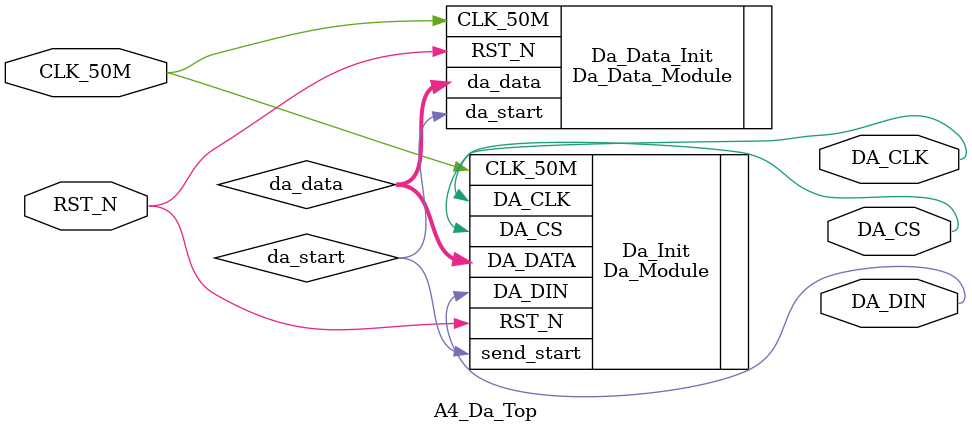
<source format=v>
module A4_Da_Top
(
	//输入端口
	CLK_50M,RST_N,
	//输出端口
	DA_CLK,DA_CS,DA_DIN
);
 
//---------------------------------------------------------------------------
//--	外部端口声明
//---------------------------------------------------------------------------
input 				CLK_50M;				//时钟端口,开发板用的50M晶振	
input 				RST_N;				//复位端口,低电平复位
output 				DA_CLK;				//DA时钟端口
output 				DA_CS;				//DA片选端口
output 				DA_DIN;				//DA数据输出端口
		
//---------------------------------------------------------------------------
//--	内部端口声明
//---------------------------------------------------------------------------
wire		[9:0]		da_data;				//从ROM中读出的DA数据
wire					da_start;			//DA模块的开始标志位

//---------------------------------------------------------------------------
//--	逻辑功能实现	
//---------------------------------------------------------------------------
//例化DA模块
Da_Module	 		Da_Init
(
	.CLK_50M			(CLK_50M			),	//时钟端口,开发板用的50M晶振	
	.RST_N			(RST_N			),	//复位端口,低电平复位
	.DA_CLK			(DA_CLK			),	//DA时钟端口
	.DA_DIN			(DA_DIN			),	//DA数据输出端口
	.DA_CS			(DA_CS			),	//DA片选端口
	.DA_DATA			(da_data			),	//从ROM中读出的DA数据输入给DA模块
	.send_start		(da_start		)	//DA模块的开始标志位
);

//例化DA数据生成模块
Da_Data_Module		Da_Data_Init
(
	.CLK_50M			(CLK_50M			),	//时钟端口,开发板用的50M晶振	
	.RST_N			(RST_N			),	//复位端口,低电平复位
	.da_data			(da_data			),	//从ROM中读出的DA数据
	.da_start		(da_start		)	//DA模块的开始标志位
);

endmodule
 
</source>
